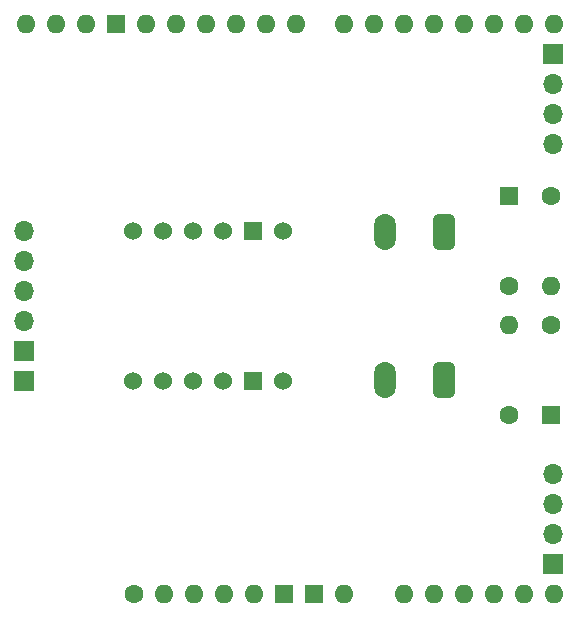
<source format=gbr>
G04 This is an RS-274x file exported by *
G04 gerbv version 2.6A *
G04 More information is available about gerbv at *
G04 http://gerbv.geda-project.org/ *
G04 --End of header info--*
%MOIN*%
%FSLAX34Y34*%
%IPPOS*%
G04 --Define apertures--*
%ADD10C,0.0079*%
%ADD11C,0.0630*%
%ADD12R,0.0630X0.0630*%
%ADD13C,0.0600*%
%ADD14R,0.0600X0.0600*%
%ADD15O,0.0669X0.0669*%
%ADD16R,0.0669X0.0669*%
%ADD17O,0.0728X0.1200*%
%AMMACRO18*
4,1,4,0.018209,-0.041791,0.018209,0.041791,-0.018209,0.041791,-0.018209,-0.041791,0.018209,-0.041791,0.000000*
1,1,0.036417,0.018209,-0.041791*
1,1,0.036417,0.018209,0.041791*
1,1,0.036417,-0.018209,0.041791*
1,1,0.036417,-0.018209,-0.041791*
20,1,0.036417,0.018209,-0.041791,0.018209,0.041791,0.000000*
20,1,0.036417,0.018209,0.041791,-0.018209,0.041791,0.000000*
20,1,0.036417,-0.018209,0.041791,-0.018209,-0.041791,0.000000*
20,1,0.036417,-0.018209,-0.041791,0.018209,-0.041791,0.000000*
%
%ADD18MACRO18*%
%ADD19O,0.0630X0.0630*%
G04 --Start main section--*
G54D11*
G01X0068110Y-039689D03*
G54D12*
G01X0068110Y-036689D03*
G54D13*
G01X0055571Y-042854D03*
G01X0056571Y-042854D03*
G01X0057571Y-042854D03*
G01X0058571Y-042854D03*
G54D14*
G01X0059571Y-042854D03*
G54D13*
G01X0060571Y-042854D03*
G01X0060571Y-037854D03*
G54D14*
G01X0059571Y-037854D03*
G54D13*
G01X0058571Y-037854D03*
G01X0057571Y-037854D03*
G01X0056571Y-037854D03*
G01X0055571Y-037854D03*
G54D15*
G01X0051929Y-037854D03*
G01X0051929Y-038854D03*
G01X0051929Y-039854D03*
G01X0051929Y-040854D03*
G54D16*
G01X0051929Y-041854D03*
G01X0051929Y-042854D03*
G54D17*
G01X0063976Y-042811D03*
G01X0063976Y-037890D03*
G54D18*
G01X0065945Y-042811D03*
G01X0065945Y-037890D03*
G54D11*
G01X0055587Y-049945D03*
G54D19*
G01X0056587Y-049945D03*
G01X0057587Y-049945D03*
G01X0058587Y-049945D03*
G01X0059587Y-049945D03*
G54D12*
G01X0060587Y-049945D03*
G01X0061587Y-049945D03*
G54D19*
G01X0062587Y-049945D03*
G01X0064587Y-049945D03*
G01X0065587Y-049945D03*
G01X0066587Y-049945D03*
G01X0067587Y-049945D03*
G01X0068587Y-049945D03*
G01X0069587Y-049945D03*
G01X0069587Y-030945D03*
G01X0068587Y-030945D03*
G01X0067587Y-030945D03*
G01X0066587Y-030945D03*
G01X0065587Y-030945D03*
G01X0064587Y-030945D03*
G01X0063587Y-030945D03*
G01X0062587Y-030945D03*
G01X0060988Y-030945D03*
G01X0059988Y-030945D03*
G01X0058988Y-030945D03*
G01X0057988Y-030945D03*
G01X0056988Y-030945D03*
G01X0055988Y-030945D03*
G54D12*
G01X0054988Y-030945D03*
G54D19*
G01X0053988Y-030945D03*
G01X0052988Y-030945D03*
G01X0051988Y-030945D03*
G54D11*
G01X0069488Y-036689D03*
G54D19*
G01X0069488Y-039689D03*
G54D16*
G01X0069580Y-031940D03*
G54D15*
G01X0069580Y-032940D03*
G01X0069580Y-033940D03*
G01X0069580Y-034940D03*
G54D11*
G01X0068110Y-044000D03*
G54D19*
G01X0068110Y-041000D03*
G54D11*
G01X0069488Y-041000D03*
G54D12*
G01X0069488Y-044000D03*
G54D16*
G01X0069580Y-048940D03*
G54D15*
G01X0069580Y-047940D03*
G01X0069580Y-046940D03*
G01X0069580Y-045940D03*
M02*

</source>
